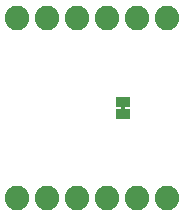
<source format=gbs>
G75*
%MOIN*%
%OFA0B0*%
%FSLAX25Y25*%
%IPPOS*%
%LPD*%
%AMOC8*
5,1,8,0,0,1.08239X$1,22.5*
%
%ADD10C,0.08200*%
%ADD11R,0.04800X0.03300*%
%ADD12R,0.01400X0.01000*%
D10*
X0011800Y0023933D03*
X0021800Y0023933D03*
X0031800Y0023933D03*
X0041800Y0023933D03*
X0051800Y0023933D03*
X0061800Y0023933D03*
X0061800Y0083933D03*
X0051800Y0083933D03*
X0041800Y0083933D03*
X0031800Y0083933D03*
X0021800Y0083933D03*
X0011800Y0083933D03*
D11*
X0047300Y0055933D03*
X0047300Y0051933D03*
D12*
X0047300Y0053933D03*
M02*

</source>
